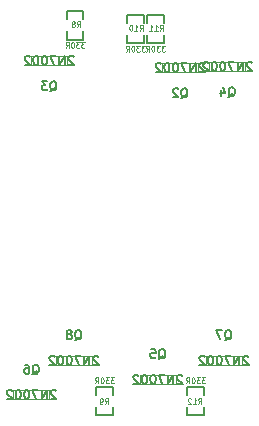
<source format=gbo>
%FSLAX46Y46*%
G04 Gerber Fmt 4.6, Leading zero omitted, Abs format (unit mm)*
G04 Created by KiCad (PCBNEW (2014-08-02 BZR 5044)-product) date 13.08.2014 17:47:44*
%MOMM*%
G01*
G04 APERTURE LIST*
%ADD10C,0.150000*%
%ADD11C,0.127000*%
%ADD12C,0.119380*%
%ADD13C,0.114300*%
%ADD14C,0.129540*%
G04 APERTURE END LIST*
D10*
D11*
X96082500Y-22784380D02*
X96082500Y-23490500D01*
X96082500Y-23490500D02*
X94685500Y-23490500D01*
X94685500Y-23490500D02*
X94685500Y-22784380D01*
X96082500Y-21077500D02*
X96082500Y-21783620D01*
X96082500Y-21077500D02*
X94685500Y-21077500D01*
X94685500Y-21077500D02*
X94685500Y-21783620D01*
X101182500Y-23084380D02*
X101182500Y-23790500D01*
X101182500Y-23790500D02*
X99785500Y-23790500D01*
X99785500Y-23790500D02*
X99785500Y-23084380D01*
X101182500Y-21377500D02*
X101182500Y-22083620D01*
X101182500Y-21377500D02*
X99785500Y-21377500D01*
X99785500Y-21377500D02*
X99785500Y-22083620D01*
X102882500Y-23084380D02*
X102882500Y-23790500D01*
X102882500Y-23790500D02*
X101485500Y-23790500D01*
X101485500Y-23790500D02*
X101485500Y-23084380D01*
X102882500Y-21377500D02*
X102882500Y-22083620D01*
X102882500Y-21377500D02*
X101485500Y-21377500D01*
X101485500Y-21377500D02*
X101485500Y-22083620D01*
D12*
X102760000Y-26265000D02*
X105808000Y-26265000D01*
X105808000Y-26265000D02*
X105808000Y-25503000D01*
X105808000Y-25503000D02*
X102760000Y-25503000D01*
X102760000Y-25503000D02*
X102760000Y-26265000D01*
X91660000Y-25665000D02*
X94708000Y-25665000D01*
X94708000Y-25665000D02*
X94708000Y-24903000D01*
X94708000Y-24903000D02*
X91660000Y-24903000D01*
X91660000Y-24903000D02*
X91660000Y-25665000D01*
D11*
X97185500Y-53583620D02*
X97185500Y-52877500D01*
X97185500Y-52877500D02*
X98582500Y-52877500D01*
X98582500Y-52877500D02*
X98582500Y-53583620D01*
X97185500Y-55290500D02*
X97185500Y-54584380D01*
X97185500Y-55290500D02*
X98582500Y-55290500D01*
X98582500Y-55290500D02*
X98582500Y-54584380D01*
X104885500Y-53583620D02*
X104885500Y-52877500D01*
X104885500Y-52877500D02*
X106282500Y-52877500D01*
X106282500Y-52877500D02*
X106282500Y-53583620D01*
X104885500Y-55290500D02*
X104885500Y-54584380D01*
X104885500Y-55290500D02*
X106282500Y-55290500D01*
X106282500Y-55290500D02*
X106282500Y-54584380D01*
D12*
X106760000Y-26165000D02*
X109808000Y-26165000D01*
X109808000Y-26165000D02*
X109808000Y-25403000D01*
X109808000Y-25403000D02*
X106760000Y-25403000D01*
X106760000Y-25403000D02*
X106760000Y-26165000D01*
X103908000Y-51903000D02*
X100860000Y-51903000D01*
X100860000Y-51903000D02*
X100860000Y-52665000D01*
X100860000Y-52665000D02*
X103908000Y-52665000D01*
X103908000Y-52665000D02*
X103908000Y-51903000D01*
X93208000Y-53203000D02*
X90160000Y-53203000D01*
X90160000Y-53203000D02*
X90160000Y-53965000D01*
X90160000Y-53965000D02*
X93208000Y-53965000D01*
X93208000Y-53965000D02*
X93208000Y-53203000D01*
X109508000Y-50303000D02*
X106460000Y-50303000D01*
X106460000Y-50303000D02*
X106460000Y-51065000D01*
X106460000Y-51065000D02*
X109508000Y-51065000D01*
X109508000Y-51065000D02*
X109508000Y-50303000D01*
X96808000Y-50303000D02*
X93760000Y-50303000D01*
X93760000Y-50303000D02*
X93760000Y-51065000D01*
X93760000Y-51065000D02*
X96808000Y-51065000D01*
X96808000Y-51065000D02*
X96808000Y-50303000D01*
D13*
X95523700Y-22446862D02*
X95676100Y-22208586D01*
X95784957Y-22446862D02*
X95784957Y-21946482D01*
X95610785Y-21946482D01*
X95567243Y-21970310D01*
X95545471Y-21994138D01*
X95523700Y-22041793D01*
X95523700Y-22113276D01*
X95545471Y-22160931D01*
X95567243Y-22184759D01*
X95610785Y-22208586D01*
X95784957Y-22208586D01*
X95262443Y-22160931D02*
X95305985Y-22137103D01*
X95327757Y-22113276D01*
X95349528Y-22065620D01*
X95349528Y-22041793D01*
X95327757Y-21994138D01*
X95305985Y-21970310D01*
X95262443Y-21946482D01*
X95175357Y-21946482D01*
X95131814Y-21970310D01*
X95110043Y-21994138D01*
X95088271Y-22041793D01*
X95088271Y-22065620D01*
X95110043Y-22113276D01*
X95131814Y-22137103D01*
X95175357Y-22160931D01*
X95262443Y-22160931D01*
X95305985Y-22184759D01*
X95327757Y-22208586D01*
X95349528Y-22256241D01*
X95349528Y-22351552D01*
X95327757Y-22399207D01*
X95305985Y-22423035D01*
X95262443Y-22446862D01*
X95175357Y-22446862D01*
X95131814Y-22423035D01*
X95110043Y-22399207D01*
X95088271Y-22351552D01*
X95088271Y-22256241D01*
X95110043Y-22208586D01*
X95131814Y-22184759D01*
X95175357Y-22160931D01*
X96200429Y-23705070D02*
X95917400Y-23705070D01*
X96069800Y-23898593D01*
X96004486Y-23898593D01*
X95960943Y-23922784D01*
X95939172Y-23946974D01*
X95917400Y-23995355D01*
X95917400Y-24116308D01*
X95939172Y-24164689D01*
X95960943Y-24188879D01*
X96004486Y-24213070D01*
X96135114Y-24213070D01*
X96178657Y-24188879D01*
X96200429Y-24164689D01*
X95765000Y-23705070D02*
X95481971Y-23705070D01*
X95634371Y-23898593D01*
X95569057Y-23898593D01*
X95525514Y-23922784D01*
X95503743Y-23946974D01*
X95481971Y-23995355D01*
X95481971Y-24116308D01*
X95503743Y-24164689D01*
X95525514Y-24188879D01*
X95569057Y-24213070D01*
X95699685Y-24213070D01*
X95743228Y-24188879D01*
X95765000Y-24164689D01*
X95198942Y-23705070D02*
X95155399Y-23705070D01*
X95111856Y-23729260D01*
X95090085Y-23753450D01*
X95068314Y-23801831D01*
X95046542Y-23898593D01*
X95046542Y-24019546D01*
X95068314Y-24116308D01*
X95090085Y-24164689D01*
X95111856Y-24188879D01*
X95155399Y-24213070D01*
X95198942Y-24213070D01*
X95242485Y-24188879D01*
X95264256Y-24164689D01*
X95286028Y-24116308D01*
X95307799Y-24019546D01*
X95307799Y-23898593D01*
X95286028Y-23801831D01*
X95264256Y-23753450D01*
X95242485Y-23729260D01*
X95198942Y-23705070D01*
X94589342Y-24213070D02*
X94741742Y-23971165D01*
X94850599Y-24213070D02*
X94850599Y-23705070D01*
X94676427Y-23705070D01*
X94632885Y-23729260D01*
X94611113Y-23753450D01*
X94589342Y-23801831D01*
X94589342Y-23874403D01*
X94611113Y-23922784D01*
X94632885Y-23946974D01*
X94676427Y-23971165D01*
X94850599Y-23971165D01*
X100841415Y-22746862D02*
X100993815Y-22508586D01*
X101102672Y-22746862D02*
X101102672Y-22246482D01*
X100928500Y-22246482D01*
X100884958Y-22270310D01*
X100863186Y-22294138D01*
X100841415Y-22341793D01*
X100841415Y-22413276D01*
X100863186Y-22460931D01*
X100884958Y-22484759D01*
X100928500Y-22508586D01*
X101102672Y-22508586D01*
X100405986Y-22746862D02*
X100667243Y-22746862D01*
X100536615Y-22746862D02*
X100536615Y-22246482D01*
X100580158Y-22317965D01*
X100623700Y-22365620D01*
X100667243Y-22389448D01*
X100122957Y-22246482D02*
X100079414Y-22246482D01*
X100035871Y-22270310D01*
X100014100Y-22294138D01*
X99992329Y-22341793D01*
X99970557Y-22437103D01*
X99970557Y-22556241D01*
X99992329Y-22651552D01*
X100014100Y-22699207D01*
X100035871Y-22723035D01*
X100079414Y-22746862D01*
X100122957Y-22746862D01*
X100166500Y-22723035D01*
X100188271Y-22699207D01*
X100210043Y-22651552D01*
X100231814Y-22556241D01*
X100231814Y-22437103D01*
X100210043Y-22341793D01*
X100188271Y-22294138D01*
X100166500Y-22270310D01*
X100122957Y-22246482D01*
X101300429Y-24005070D02*
X101017400Y-24005070D01*
X101169800Y-24198593D01*
X101104486Y-24198593D01*
X101060943Y-24222784D01*
X101039172Y-24246974D01*
X101017400Y-24295355D01*
X101017400Y-24416308D01*
X101039172Y-24464689D01*
X101060943Y-24488879D01*
X101104486Y-24513070D01*
X101235114Y-24513070D01*
X101278657Y-24488879D01*
X101300429Y-24464689D01*
X100865000Y-24005070D02*
X100581971Y-24005070D01*
X100734371Y-24198593D01*
X100669057Y-24198593D01*
X100625514Y-24222784D01*
X100603743Y-24246974D01*
X100581971Y-24295355D01*
X100581971Y-24416308D01*
X100603743Y-24464689D01*
X100625514Y-24488879D01*
X100669057Y-24513070D01*
X100799685Y-24513070D01*
X100843228Y-24488879D01*
X100865000Y-24464689D01*
X100298942Y-24005070D02*
X100255399Y-24005070D01*
X100211856Y-24029260D01*
X100190085Y-24053450D01*
X100168314Y-24101831D01*
X100146542Y-24198593D01*
X100146542Y-24319546D01*
X100168314Y-24416308D01*
X100190085Y-24464689D01*
X100211856Y-24488879D01*
X100255399Y-24513070D01*
X100298942Y-24513070D01*
X100342485Y-24488879D01*
X100364256Y-24464689D01*
X100386028Y-24416308D01*
X100407799Y-24319546D01*
X100407799Y-24198593D01*
X100386028Y-24101831D01*
X100364256Y-24053450D01*
X100342485Y-24029260D01*
X100298942Y-24005070D01*
X99689342Y-24513070D02*
X99841742Y-24271165D01*
X99950599Y-24513070D02*
X99950599Y-24005070D01*
X99776427Y-24005070D01*
X99732885Y-24029260D01*
X99711113Y-24053450D01*
X99689342Y-24101831D01*
X99689342Y-24174403D01*
X99711113Y-24222784D01*
X99732885Y-24246974D01*
X99776427Y-24271165D01*
X99950599Y-24271165D01*
X102541415Y-22746862D02*
X102693815Y-22508586D01*
X102802672Y-22746862D02*
X102802672Y-22246482D01*
X102628500Y-22246482D01*
X102584958Y-22270310D01*
X102563186Y-22294138D01*
X102541415Y-22341793D01*
X102541415Y-22413276D01*
X102563186Y-22460931D01*
X102584958Y-22484759D01*
X102628500Y-22508586D01*
X102802672Y-22508586D01*
X102105986Y-22746862D02*
X102367243Y-22746862D01*
X102236615Y-22746862D02*
X102236615Y-22246482D01*
X102280158Y-22317965D01*
X102323700Y-22365620D01*
X102367243Y-22389448D01*
X101670557Y-22746862D02*
X101931814Y-22746862D01*
X101801186Y-22746862D02*
X101801186Y-22246482D01*
X101844729Y-22317965D01*
X101888271Y-22365620D01*
X101931814Y-22389448D01*
X103000429Y-24005070D02*
X102717400Y-24005070D01*
X102869800Y-24198593D01*
X102804486Y-24198593D01*
X102760943Y-24222784D01*
X102739172Y-24246974D01*
X102717400Y-24295355D01*
X102717400Y-24416308D01*
X102739172Y-24464689D01*
X102760943Y-24488879D01*
X102804486Y-24513070D01*
X102935114Y-24513070D01*
X102978657Y-24488879D01*
X103000429Y-24464689D01*
X102565000Y-24005070D02*
X102281971Y-24005070D01*
X102434371Y-24198593D01*
X102369057Y-24198593D01*
X102325514Y-24222784D01*
X102303743Y-24246974D01*
X102281971Y-24295355D01*
X102281971Y-24416308D01*
X102303743Y-24464689D01*
X102325514Y-24488879D01*
X102369057Y-24513070D01*
X102499685Y-24513070D01*
X102543228Y-24488879D01*
X102565000Y-24464689D01*
X101998942Y-24005070D02*
X101955399Y-24005070D01*
X101911856Y-24029260D01*
X101890085Y-24053450D01*
X101868314Y-24101831D01*
X101846542Y-24198593D01*
X101846542Y-24319546D01*
X101868314Y-24416308D01*
X101890085Y-24464689D01*
X101911856Y-24488879D01*
X101955399Y-24513070D01*
X101998942Y-24513070D01*
X102042485Y-24488879D01*
X102064256Y-24464689D01*
X102086028Y-24416308D01*
X102107799Y-24319546D01*
X102107799Y-24198593D01*
X102086028Y-24101831D01*
X102064256Y-24053450D01*
X102042485Y-24029260D01*
X101998942Y-24005070D01*
X101389342Y-24513070D02*
X101541742Y-24271165D01*
X101650599Y-24513070D02*
X101650599Y-24005070D01*
X101476427Y-24005070D01*
X101432885Y-24029260D01*
X101411113Y-24053450D01*
X101389342Y-24101831D01*
X101389342Y-24174403D01*
X101411113Y-24222784D01*
X101432885Y-24246974D01*
X101476427Y-24271165D01*
X101650599Y-24271165D01*
D14*
X104356571Y-28460286D02*
X104429143Y-28424000D01*
X104501714Y-28351429D01*
X104610571Y-28242571D01*
X104683143Y-28206286D01*
X104755714Y-28206286D01*
X104719429Y-28387714D02*
X104792000Y-28351429D01*
X104864571Y-28278857D01*
X104900857Y-28133714D01*
X104900857Y-27879714D01*
X104864571Y-27734571D01*
X104792000Y-27662000D01*
X104719429Y-27625714D01*
X104574286Y-27625714D01*
X104501714Y-27662000D01*
X104429143Y-27734571D01*
X104392857Y-27879714D01*
X104392857Y-28133714D01*
X104429143Y-28278857D01*
X104501714Y-28351429D01*
X104574286Y-28387714D01*
X104719429Y-28387714D01*
X104102571Y-27698286D02*
X104066285Y-27662000D01*
X103993714Y-27625714D01*
X103812285Y-27625714D01*
X103739714Y-27662000D01*
X103703428Y-27698286D01*
X103667143Y-27770857D01*
X103667143Y-27843429D01*
X103703428Y-27952286D01*
X104138857Y-28387714D01*
X103667143Y-28387714D01*
X106352285Y-25539286D02*
X106315999Y-25503000D01*
X106243428Y-25466714D01*
X106061999Y-25466714D01*
X105989428Y-25503000D01*
X105953142Y-25539286D01*
X105916857Y-25611857D01*
X105916857Y-25684429D01*
X105953142Y-25793286D01*
X106388571Y-26228714D01*
X105916857Y-26228714D01*
X105590285Y-26228714D02*
X105590285Y-25466714D01*
X105154857Y-26228714D01*
X105154857Y-25466714D01*
X104864571Y-25466714D02*
X104356571Y-25466714D01*
X104683142Y-26228714D01*
X103921143Y-25466714D02*
X103848571Y-25466714D01*
X103776000Y-25503000D01*
X103739714Y-25539286D01*
X103703428Y-25611857D01*
X103667143Y-25757000D01*
X103667143Y-25938429D01*
X103703428Y-26083571D01*
X103739714Y-26156143D01*
X103776000Y-26192429D01*
X103848571Y-26228714D01*
X103921143Y-26228714D01*
X103993714Y-26192429D01*
X104030000Y-26156143D01*
X104066285Y-26083571D01*
X104102571Y-25938429D01*
X104102571Y-25757000D01*
X104066285Y-25611857D01*
X104030000Y-25539286D01*
X103993714Y-25503000D01*
X103921143Y-25466714D01*
X103195429Y-25466714D02*
X103122857Y-25466714D01*
X103050286Y-25503000D01*
X103014000Y-25539286D01*
X102977714Y-25611857D01*
X102941429Y-25757000D01*
X102941429Y-25938429D01*
X102977714Y-26083571D01*
X103014000Y-26156143D01*
X103050286Y-26192429D01*
X103122857Y-26228714D01*
X103195429Y-26228714D01*
X103268000Y-26192429D01*
X103304286Y-26156143D01*
X103340571Y-26083571D01*
X103376857Y-25938429D01*
X103376857Y-25757000D01*
X103340571Y-25611857D01*
X103304286Y-25539286D01*
X103268000Y-25503000D01*
X103195429Y-25466714D01*
X102651143Y-25539286D02*
X102614857Y-25503000D01*
X102542286Y-25466714D01*
X102360857Y-25466714D01*
X102288286Y-25503000D01*
X102252000Y-25539286D01*
X102215715Y-25611857D01*
X102215715Y-25684429D01*
X102252000Y-25793286D01*
X102687429Y-26228714D01*
X102215715Y-26228714D01*
X93256571Y-27860286D02*
X93329143Y-27824000D01*
X93401714Y-27751429D01*
X93510571Y-27642571D01*
X93583143Y-27606286D01*
X93655714Y-27606286D01*
X93619429Y-27787714D02*
X93692000Y-27751429D01*
X93764571Y-27678857D01*
X93800857Y-27533714D01*
X93800857Y-27279714D01*
X93764571Y-27134571D01*
X93692000Y-27062000D01*
X93619429Y-27025714D01*
X93474286Y-27025714D01*
X93401714Y-27062000D01*
X93329143Y-27134571D01*
X93292857Y-27279714D01*
X93292857Y-27533714D01*
X93329143Y-27678857D01*
X93401714Y-27751429D01*
X93474286Y-27787714D01*
X93619429Y-27787714D01*
X93038857Y-27025714D02*
X92567143Y-27025714D01*
X92821143Y-27316000D01*
X92712285Y-27316000D01*
X92639714Y-27352286D01*
X92603428Y-27388571D01*
X92567143Y-27461143D01*
X92567143Y-27642571D01*
X92603428Y-27715143D01*
X92639714Y-27751429D01*
X92712285Y-27787714D01*
X92930000Y-27787714D01*
X93002571Y-27751429D01*
X93038857Y-27715143D01*
X95252285Y-24939286D02*
X95215999Y-24903000D01*
X95143428Y-24866714D01*
X94961999Y-24866714D01*
X94889428Y-24903000D01*
X94853142Y-24939286D01*
X94816857Y-25011857D01*
X94816857Y-25084429D01*
X94853142Y-25193286D01*
X95288571Y-25628714D01*
X94816857Y-25628714D01*
X94490285Y-25628714D02*
X94490285Y-24866714D01*
X94054857Y-25628714D01*
X94054857Y-24866714D01*
X93764571Y-24866714D02*
X93256571Y-24866714D01*
X93583142Y-25628714D01*
X92821143Y-24866714D02*
X92748571Y-24866714D01*
X92676000Y-24903000D01*
X92639714Y-24939286D01*
X92603428Y-25011857D01*
X92567143Y-25157000D01*
X92567143Y-25338429D01*
X92603428Y-25483571D01*
X92639714Y-25556143D01*
X92676000Y-25592429D01*
X92748571Y-25628714D01*
X92821143Y-25628714D01*
X92893714Y-25592429D01*
X92930000Y-25556143D01*
X92966285Y-25483571D01*
X93002571Y-25338429D01*
X93002571Y-25157000D01*
X92966285Y-25011857D01*
X92930000Y-24939286D01*
X92893714Y-24903000D01*
X92821143Y-24866714D01*
X92095429Y-24866714D02*
X92022857Y-24866714D01*
X91950286Y-24903000D01*
X91914000Y-24939286D01*
X91877714Y-25011857D01*
X91841429Y-25157000D01*
X91841429Y-25338429D01*
X91877714Y-25483571D01*
X91914000Y-25556143D01*
X91950286Y-25592429D01*
X92022857Y-25628714D01*
X92095429Y-25628714D01*
X92168000Y-25592429D01*
X92204286Y-25556143D01*
X92240571Y-25483571D01*
X92276857Y-25338429D01*
X92276857Y-25157000D01*
X92240571Y-25011857D01*
X92204286Y-24939286D01*
X92168000Y-24903000D01*
X92095429Y-24866714D01*
X91551143Y-24939286D02*
X91514857Y-24903000D01*
X91442286Y-24866714D01*
X91260857Y-24866714D01*
X91188286Y-24903000D01*
X91152000Y-24939286D01*
X91115715Y-25011857D01*
X91115715Y-25084429D01*
X91152000Y-25193286D01*
X91587429Y-25628714D01*
X91115715Y-25628714D01*
D13*
X97896700Y-54373862D02*
X98049100Y-54135586D01*
X98157957Y-54373862D02*
X98157957Y-53873482D01*
X97983785Y-53873482D01*
X97940243Y-53897310D01*
X97918471Y-53921138D01*
X97896700Y-53968793D01*
X97896700Y-54040276D01*
X97918471Y-54087931D01*
X97940243Y-54111759D01*
X97983785Y-54135586D01*
X98157957Y-54135586D01*
X97678985Y-54373862D02*
X97591900Y-54373862D01*
X97548357Y-54350035D01*
X97526585Y-54326207D01*
X97483043Y-54254724D01*
X97461271Y-54159414D01*
X97461271Y-53968793D01*
X97483043Y-53921138D01*
X97504814Y-53897310D01*
X97548357Y-53873482D01*
X97635443Y-53873482D01*
X97678985Y-53897310D01*
X97700757Y-53921138D01*
X97722528Y-53968793D01*
X97722528Y-54087931D01*
X97700757Y-54135586D01*
X97678985Y-54159414D01*
X97635443Y-54183241D01*
X97548357Y-54183241D01*
X97504814Y-54159414D01*
X97483043Y-54135586D01*
X97461271Y-54087931D01*
X98700429Y-52106550D02*
X98417400Y-52106550D01*
X98569800Y-52300073D01*
X98504486Y-52300073D01*
X98460943Y-52324264D01*
X98439172Y-52348454D01*
X98417400Y-52396835D01*
X98417400Y-52517788D01*
X98439172Y-52566169D01*
X98460943Y-52590359D01*
X98504486Y-52614550D01*
X98635114Y-52614550D01*
X98678657Y-52590359D01*
X98700429Y-52566169D01*
X98265000Y-52106550D02*
X97981971Y-52106550D01*
X98134371Y-52300073D01*
X98069057Y-52300073D01*
X98025514Y-52324264D01*
X98003743Y-52348454D01*
X97981971Y-52396835D01*
X97981971Y-52517788D01*
X98003743Y-52566169D01*
X98025514Y-52590359D01*
X98069057Y-52614550D01*
X98199685Y-52614550D01*
X98243228Y-52590359D01*
X98265000Y-52566169D01*
X97698942Y-52106550D02*
X97655399Y-52106550D01*
X97611856Y-52130740D01*
X97590085Y-52154930D01*
X97568314Y-52203311D01*
X97546542Y-52300073D01*
X97546542Y-52421026D01*
X97568314Y-52517788D01*
X97590085Y-52566169D01*
X97611856Y-52590359D01*
X97655399Y-52614550D01*
X97698942Y-52614550D01*
X97742485Y-52590359D01*
X97764256Y-52566169D01*
X97786028Y-52517788D01*
X97807799Y-52421026D01*
X97807799Y-52300073D01*
X97786028Y-52203311D01*
X97764256Y-52154930D01*
X97742485Y-52130740D01*
X97698942Y-52106550D01*
X97089342Y-52614550D02*
X97241742Y-52372645D01*
X97350599Y-52614550D02*
X97350599Y-52106550D01*
X97176427Y-52106550D01*
X97132885Y-52130740D01*
X97111113Y-52154930D01*
X97089342Y-52203311D01*
X97089342Y-52275883D01*
X97111113Y-52324264D01*
X97132885Y-52348454D01*
X97176427Y-52372645D01*
X97350599Y-52372645D01*
X105814415Y-54373862D02*
X105966815Y-54135586D01*
X106075672Y-54373862D02*
X106075672Y-53873482D01*
X105901500Y-53873482D01*
X105857958Y-53897310D01*
X105836186Y-53921138D01*
X105814415Y-53968793D01*
X105814415Y-54040276D01*
X105836186Y-54087931D01*
X105857958Y-54111759D01*
X105901500Y-54135586D01*
X106075672Y-54135586D01*
X105378986Y-54373862D02*
X105640243Y-54373862D01*
X105509615Y-54373862D02*
X105509615Y-53873482D01*
X105553158Y-53944965D01*
X105596700Y-53992620D01*
X105640243Y-54016448D01*
X105204814Y-53921138D02*
X105183043Y-53897310D01*
X105139500Y-53873482D01*
X105030643Y-53873482D01*
X104987100Y-53897310D01*
X104965329Y-53921138D01*
X104943557Y-53968793D01*
X104943557Y-54016448D01*
X104965329Y-54087931D01*
X105226586Y-54373862D01*
X104943557Y-54373862D01*
X106400429Y-52106550D02*
X106117400Y-52106550D01*
X106269800Y-52300073D01*
X106204486Y-52300073D01*
X106160943Y-52324264D01*
X106139172Y-52348454D01*
X106117400Y-52396835D01*
X106117400Y-52517788D01*
X106139172Y-52566169D01*
X106160943Y-52590359D01*
X106204486Y-52614550D01*
X106335114Y-52614550D01*
X106378657Y-52590359D01*
X106400429Y-52566169D01*
X105965000Y-52106550D02*
X105681971Y-52106550D01*
X105834371Y-52300073D01*
X105769057Y-52300073D01*
X105725514Y-52324264D01*
X105703743Y-52348454D01*
X105681971Y-52396835D01*
X105681971Y-52517788D01*
X105703743Y-52566169D01*
X105725514Y-52590359D01*
X105769057Y-52614550D01*
X105899685Y-52614550D01*
X105943228Y-52590359D01*
X105965000Y-52566169D01*
X105398942Y-52106550D02*
X105355399Y-52106550D01*
X105311856Y-52130740D01*
X105290085Y-52154930D01*
X105268314Y-52203311D01*
X105246542Y-52300073D01*
X105246542Y-52421026D01*
X105268314Y-52517788D01*
X105290085Y-52566169D01*
X105311856Y-52590359D01*
X105355399Y-52614550D01*
X105398942Y-52614550D01*
X105442485Y-52590359D01*
X105464256Y-52566169D01*
X105486028Y-52517788D01*
X105507799Y-52421026D01*
X105507799Y-52300073D01*
X105486028Y-52203311D01*
X105464256Y-52154930D01*
X105442485Y-52130740D01*
X105398942Y-52106550D01*
X104789342Y-52614550D02*
X104941742Y-52372645D01*
X105050599Y-52614550D02*
X105050599Y-52106550D01*
X104876427Y-52106550D01*
X104832885Y-52130740D01*
X104811113Y-52154930D01*
X104789342Y-52203311D01*
X104789342Y-52275883D01*
X104811113Y-52324264D01*
X104832885Y-52348454D01*
X104876427Y-52372645D01*
X105050599Y-52372645D01*
D14*
X108356571Y-28360286D02*
X108429143Y-28324000D01*
X108501714Y-28251429D01*
X108610571Y-28142571D01*
X108683143Y-28106286D01*
X108755714Y-28106286D01*
X108719429Y-28287714D02*
X108792000Y-28251429D01*
X108864571Y-28178857D01*
X108900857Y-28033714D01*
X108900857Y-27779714D01*
X108864571Y-27634571D01*
X108792000Y-27562000D01*
X108719429Y-27525714D01*
X108574286Y-27525714D01*
X108501714Y-27562000D01*
X108429143Y-27634571D01*
X108392857Y-27779714D01*
X108392857Y-28033714D01*
X108429143Y-28178857D01*
X108501714Y-28251429D01*
X108574286Y-28287714D01*
X108719429Y-28287714D01*
X107739714Y-27779714D02*
X107739714Y-28287714D01*
X107921143Y-27489429D02*
X108102571Y-28033714D01*
X107630857Y-28033714D01*
X110352285Y-25439286D02*
X110315999Y-25403000D01*
X110243428Y-25366714D01*
X110061999Y-25366714D01*
X109989428Y-25403000D01*
X109953142Y-25439286D01*
X109916857Y-25511857D01*
X109916857Y-25584429D01*
X109953142Y-25693286D01*
X110388571Y-26128714D01*
X109916857Y-26128714D01*
X109590285Y-26128714D02*
X109590285Y-25366714D01*
X109154857Y-26128714D01*
X109154857Y-25366714D01*
X108864571Y-25366714D02*
X108356571Y-25366714D01*
X108683142Y-26128714D01*
X107921143Y-25366714D02*
X107848571Y-25366714D01*
X107776000Y-25403000D01*
X107739714Y-25439286D01*
X107703428Y-25511857D01*
X107667143Y-25657000D01*
X107667143Y-25838429D01*
X107703428Y-25983571D01*
X107739714Y-26056143D01*
X107776000Y-26092429D01*
X107848571Y-26128714D01*
X107921143Y-26128714D01*
X107993714Y-26092429D01*
X108030000Y-26056143D01*
X108066285Y-25983571D01*
X108102571Y-25838429D01*
X108102571Y-25657000D01*
X108066285Y-25511857D01*
X108030000Y-25439286D01*
X107993714Y-25403000D01*
X107921143Y-25366714D01*
X107195429Y-25366714D02*
X107122857Y-25366714D01*
X107050286Y-25403000D01*
X107014000Y-25439286D01*
X106977714Y-25511857D01*
X106941429Y-25657000D01*
X106941429Y-25838429D01*
X106977714Y-25983571D01*
X107014000Y-26056143D01*
X107050286Y-26092429D01*
X107122857Y-26128714D01*
X107195429Y-26128714D01*
X107268000Y-26092429D01*
X107304286Y-26056143D01*
X107340571Y-25983571D01*
X107376857Y-25838429D01*
X107376857Y-25657000D01*
X107340571Y-25511857D01*
X107304286Y-25439286D01*
X107268000Y-25403000D01*
X107195429Y-25366714D01*
X106651143Y-25439286D02*
X106614857Y-25403000D01*
X106542286Y-25366714D01*
X106360857Y-25366714D01*
X106288286Y-25403000D01*
X106252000Y-25439286D01*
X106215715Y-25511857D01*
X106215715Y-25584429D01*
X106252000Y-25693286D01*
X106687429Y-26128714D01*
X106215715Y-26128714D01*
X102456571Y-50542286D02*
X102529143Y-50506000D01*
X102601714Y-50433429D01*
X102710571Y-50324571D01*
X102783143Y-50288286D01*
X102855714Y-50288286D01*
X102819429Y-50469714D02*
X102892000Y-50433429D01*
X102964571Y-50360857D01*
X103000857Y-50215714D01*
X103000857Y-49961714D01*
X102964571Y-49816571D01*
X102892000Y-49744000D01*
X102819429Y-49707714D01*
X102674286Y-49707714D01*
X102601714Y-49744000D01*
X102529143Y-49816571D01*
X102492857Y-49961714D01*
X102492857Y-50215714D01*
X102529143Y-50360857D01*
X102601714Y-50433429D01*
X102674286Y-50469714D01*
X102819429Y-50469714D01*
X101803428Y-49707714D02*
X102166285Y-49707714D01*
X102202571Y-50070571D01*
X102166285Y-50034286D01*
X102093714Y-49998000D01*
X101912285Y-49998000D01*
X101839714Y-50034286D01*
X101803428Y-50070571D01*
X101767143Y-50143143D01*
X101767143Y-50324571D01*
X101803428Y-50397143D01*
X101839714Y-50433429D01*
X101912285Y-50469714D01*
X102093714Y-50469714D01*
X102166285Y-50433429D01*
X102202571Y-50397143D01*
X104452285Y-51939286D02*
X104415999Y-51903000D01*
X104343428Y-51866714D01*
X104161999Y-51866714D01*
X104089428Y-51903000D01*
X104053142Y-51939286D01*
X104016857Y-52011857D01*
X104016857Y-52084429D01*
X104053142Y-52193286D01*
X104488571Y-52628714D01*
X104016857Y-52628714D01*
X103690285Y-52628714D02*
X103690285Y-51866714D01*
X103254857Y-52628714D01*
X103254857Y-51866714D01*
X102964571Y-51866714D02*
X102456571Y-51866714D01*
X102783142Y-52628714D01*
X102021143Y-51866714D02*
X101948571Y-51866714D01*
X101876000Y-51903000D01*
X101839714Y-51939286D01*
X101803428Y-52011857D01*
X101767143Y-52157000D01*
X101767143Y-52338429D01*
X101803428Y-52483571D01*
X101839714Y-52556143D01*
X101876000Y-52592429D01*
X101948571Y-52628714D01*
X102021143Y-52628714D01*
X102093714Y-52592429D01*
X102130000Y-52556143D01*
X102166285Y-52483571D01*
X102202571Y-52338429D01*
X102202571Y-52157000D01*
X102166285Y-52011857D01*
X102130000Y-51939286D01*
X102093714Y-51903000D01*
X102021143Y-51866714D01*
X101295429Y-51866714D02*
X101222857Y-51866714D01*
X101150286Y-51903000D01*
X101114000Y-51939286D01*
X101077714Y-52011857D01*
X101041429Y-52157000D01*
X101041429Y-52338429D01*
X101077714Y-52483571D01*
X101114000Y-52556143D01*
X101150286Y-52592429D01*
X101222857Y-52628714D01*
X101295429Y-52628714D01*
X101368000Y-52592429D01*
X101404286Y-52556143D01*
X101440571Y-52483571D01*
X101476857Y-52338429D01*
X101476857Y-52157000D01*
X101440571Y-52011857D01*
X101404286Y-51939286D01*
X101368000Y-51903000D01*
X101295429Y-51866714D01*
X100751143Y-51939286D02*
X100714857Y-51903000D01*
X100642286Y-51866714D01*
X100460857Y-51866714D01*
X100388286Y-51903000D01*
X100352000Y-51939286D01*
X100315715Y-52011857D01*
X100315715Y-52084429D01*
X100352000Y-52193286D01*
X100787429Y-52628714D01*
X100315715Y-52628714D01*
X91756571Y-51842286D02*
X91829143Y-51806000D01*
X91901714Y-51733429D01*
X92010571Y-51624571D01*
X92083143Y-51588286D01*
X92155714Y-51588286D01*
X92119429Y-51769714D02*
X92192000Y-51733429D01*
X92264571Y-51660857D01*
X92300857Y-51515714D01*
X92300857Y-51261714D01*
X92264571Y-51116571D01*
X92192000Y-51044000D01*
X92119429Y-51007714D01*
X91974286Y-51007714D01*
X91901714Y-51044000D01*
X91829143Y-51116571D01*
X91792857Y-51261714D01*
X91792857Y-51515714D01*
X91829143Y-51660857D01*
X91901714Y-51733429D01*
X91974286Y-51769714D01*
X92119429Y-51769714D01*
X91139714Y-51007714D02*
X91284857Y-51007714D01*
X91357428Y-51044000D01*
X91393714Y-51080286D01*
X91466285Y-51189143D01*
X91502571Y-51334286D01*
X91502571Y-51624571D01*
X91466285Y-51697143D01*
X91430000Y-51733429D01*
X91357428Y-51769714D01*
X91212285Y-51769714D01*
X91139714Y-51733429D01*
X91103428Y-51697143D01*
X91067143Y-51624571D01*
X91067143Y-51443143D01*
X91103428Y-51370571D01*
X91139714Y-51334286D01*
X91212285Y-51298000D01*
X91357428Y-51298000D01*
X91430000Y-51334286D01*
X91466285Y-51370571D01*
X91502571Y-51443143D01*
X93752285Y-53239286D02*
X93715999Y-53203000D01*
X93643428Y-53166714D01*
X93461999Y-53166714D01*
X93389428Y-53203000D01*
X93353142Y-53239286D01*
X93316857Y-53311857D01*
X93316857Y-53384429D01*
X93353142Y-53493286D01*
X93788571Y-53928714D01*
X93316857Y-53928714D01*
X92990285Y-53928714D02*
X92990285Y-53166714D01*
X92554857Y-53928714D01*
X92554857Y-53166714D01*
X92264571Y-53166714D02*
X91756571Y-53166714D01*
X92083142Y-53928714D01*
X91321143Y-53166714D02*
X91248571Y-53166714D01*
X91176000Y-53203000D01*
X91139714Y-53239286D01*
X91103428Y-53311857D01*
X91067143Y-53457000D01*
X91067143Y-53638429D01*
X91103428Y-53783571D01*
X91139714Y-53856143D01*
X91176000Y-53892429D01*
X91248571Y-53928714D01*
X91321143Y-53928714D01*
X91393714Y-53892429D01*
X91430000Y-53856143D01*
X91466285Y-53783571D01*
X91502571Y-53638429D01*
X91502571Y-53457000D01*
X91466285Y-53311857D01*
X91430000Y-53239286D01*
X91393714Y-53203000D01*
X91321143Y-53166714D01*
X90595429Y-53166714D02*
X90522857Y-53166714D01*
X90450286Y-53203000D01*
X90414000Y-53239286D01*
X90377714Y-53311857D01*
X90341429Y-53457000D01*
X90341429Y-53638429D01*
X90377714Y-53783571D01*
X90414000Y-53856143D01*
X90450286Y-53892429D01*
X90522857Y-53928714D01*
X90595429Y-53928714D01*
X90668000Y-53892429D01*
X90704286Y-53856143D01*
X90740571Y-53783571D01*
X90776857Y-53638429D01*
X90776857Y-53457000D01*
X90740571Y-53311857D01*
X90704286Y-53239286D01*
X90668000Y-53203000D01*
X90595429Y-53166714D01*
X90051143Y-53239286D02*
X90014857Y-53203000D01*
X89942286Y-53166714D01*
X89760857Y-53166714D01*
X89688286Y-53203000D01*
X89652000Y-53239286D01*
X89615715Y-53311857D01*
X89615715Y-53384429D01*
X89652000Y-53493286D01*
X90087429Y-53928714D01*
X89615715Y-53928714D01*
X108056571Y-48942286D02*
X108129143Y-48906000D01*
X108201714Y-48833429D01*
X108310571Y-48724571D01*
X108383143Y-48688286D01*
X108455714Y-48688286D01*
X108419429Y-48869714D02*
X108492000Y-48833429D01*
X108564571Y-48760857D01*
X108600857Y-48615714D01*
X108600857Y-48361714D01*
X108564571Y-48216571D01*
X108492000Y-48144000D01*
X108419429Y-48107714D01*
X108274286Y-48107714D01*
X108201714Y-48144000D01*
X108129143Y-48216571D01*
X108092857Y-48361714D01*
X108092857Y-48615714D01*
X108129143Y-48760857D01*
X108201714Y-48833429D01*
X108274286Y-48869714D01*
X108419429Y-48869714D01*
X107838857Y-48107714D02*
X107330857Y-48107714D01*
X107657428Y-48869714D01*
X110052285Y-50339286D02*
X110015999Y-50303000D01*
X109943428Y-50266714D01*
X109761999Y-50266714D01*
X109689428Y-50303000D01*
X109653142Y-50339286D01*
X109616857Y-50411857D01*
X109616857Y-50484429D01*
X109653142Y-50593286D01*
X110088571Y-51028714D01*
X109616857Y-51028714D01*
X109290285Y-51028714D02*
X109290285Y-50266714D01*
X108854857Y-51028714D01*
X108854857Y-50266714D01*
X108564571Y-50266714D02*
X108056571Y-50266714D01*
X108383142Y-51028714D01*
X107621143Y-50266714D02*
X107548571Y-50266714D01*
X107476000Y-50303000D01*
X107439714Y-50339286D01*
X107403428Y-50411857D01*
X107367143Y-50557000D01*
X107367143Y-50738429D01*
X107403428Y-50883571D01*
X107439714Y-50956143D01*
X107476000Y-50992429D01*
X107548571Y-51028714D01*
X107621143Y-51028714D01*
X107693714Y-50992429D01*
X107730000Y-50956143D01*
X107766285Y-50883571D01*
X107802571Y-50738429D01*
X107802571Y-50557000D01*
X107766285Y-50411857D01*
X107730000Y-50339286D01*
X107693714Y-50303000D01*
X107621143Y-50266714D01*
X106895429Y-50266714D02*
X106822857Y-50266714D01*
X106750286Y-50303000D01*
X106714000Y-50339286D01*
X106677714Y-50411857D01*
X106641429Y-50557000D01*
X106641429Y-50738429D01*
X106677714Y-50883571D01*
X106714000Y-50956143D01*
X106750286Y-50992429D01*
X106822857Y-51028714D01*
X106895429Y-51028714D01*
X106968000Y-50992429D01*
X107004286Y-50956143D01*
X107040571Y-50883571D01*
X107076857Y-50738429D01*
X107076857Y-50557000D01*
X107040571Y-50411857D01*
X107004286Y-50339286D01*
X106968000Y-50303000D01*
X106895429Y-50266714D01*
X106351143Y-50339286D02*
X106314857Y-50303000D01*
X106242286Y-50266714D01*
X106060857Y-50266714D01*
X105988286Y-50303000D01*
X105952000Y-50339286D01*
X105915715Y-50411857D01*
X105915715Y-50484429D01*
X105952000Y-50593286D01*
X106387429Y-51028714D01*
X105915715Y-51028714D01*
X95356571Y-48942286D02*
X95429143Y-48906000D01*
X95501714Y-48833429D01*
X95610571Y-48724571D01*
X95683143Y-48688286D01*
X95755714Y-48688286D01*
X95719429Y-48869714D02*
X95792000Y-48833429D01*
X95864571Y-48760857D01*
X95900857Y-48615714D01*
X95900857Y-48361714D01*
X95864571Y-48216571D01*
X95792000Y-48144000D01*
X95719429Y-48107714D01*
X95574286Y-48107714D01*
X95501714Y-48144000D01*
X95429143Y-48216571D01*
X95392857Y-48361714D01*
X95392857Y-48615714D01*
X95429143Y-48760857D01*
X95501714Y-48833429D01*
X95574286Y-48869714D01*
X95719429Y-48869714D01*
X94957428Y-48434286D02*
X95030000Y-48398000D01*
X95066285Y-48361714D01*
X95102571Y-48289143D01*
X95102571Y-48252857D01*
X95066285Y-48180286D01*
X95030000Y-48144000D01*
X94957428Y-48107714D01*
X94812285Y-48107714D01*
X94739714Y-48144000D01*
X94703428Y-48180286D01*
X94667143Y-48252857D01*
X94667143Y-48289143D01*
X94703428Y-48361714D01*
X94739714Y-48398000D01*
X94812285Y-48434286D01*
X94957428Y-48434286D01*
X95030000Y-48470571D01*
X95066285Y-48506857D01*
X95102571Y-48579429D01*
X95102571Y-48724571D01*
X95066285Y-48797143D01*
X95030000Y-48833429D01*
X94957428Y-48869714D01*
X94812285Y-48869714D01*
X94739714Y-48833429D01*
X94703428Y-48797143D01*
X94667143Y-48724571D01*
X94667143Y-48579429D01*
X94703428Y-48506857D01*
X94739714Y-48470571D01*
X94812285Y-48434286D01*
X97352285Y-50339286D02*
X97315999Y-50303000D01*
X97243428Y-50266714D01*
X97061999Y-50266714D01*
X96989428Y-50303000D01*
X96953142Y-50339286D01*
X96916857Y-50411857D01*
X96916857Y-50484429D01*
X96953142Y-50593286D01*
X97388571Y-51028714D01*
X96916857Y-51028714D01*
X96590285Y-51028714D02*
X96590285Y-50266714D01*
X96154857Y-51028714D01*
X96154857Y-50266714D01*
X95864571Y-50266714D02*
X95356571Y-50266714D01*
X95683142Y-51028714D01*
X94921143Y-50266714D02*
X94848571Y-50266714D01*
X94776000Y-50303000D01*
X94739714Y-50339286D01*
X94703428Y-50411857D01*
X94667143Y-50557000D01*
X94667143Y-50738429D01*
X94703428Y-50883571D01*
X94739714Y-50956143D01*
X94776000Y-50992429D01*
X94848571Y-51028714D01*
X94921143Y-51028714D01*
X94993714Y-50992429D01*
X95030000Y-50956143D01*
X95066285Y-50883571D01*
X95102571Y-50738429D01*
X95102571Y-50557000D01*
X95066285Y-50411857D01*
X95030000Y-50339286D01*
X94993714Y-50303000D01*
X94921143Y-50266714D01*
X94195429Y-50266714D02*
X94122857Y-50266714D01*
X94050286Y-50303000D01*
X94014000Y-50339286D01*
X93977714Y-50411857D01*
X93941429Y-50557000D01*
X93941429Y-50738429D01*
X93977714Y-50883571D01*
X94014000Y-50956143D01*
X94050286Y-50992429D01*
X94122857Y-51028714D01*
X94195429Y-51028714D01*
X94268000Y-50992429D01*
X94304286Y-50956143D01*
X94340571Y-50883571D01*
X94376857Y-50738429D01*
X94376857Y-50557000D01*
X94340571Y-50411857D01*
X94304286Y-50339286D01*
X94268000Y-50303000D01*
X94195429Y-50266714D01*
X93651143Y-50339286D02*
X93614857Y-50303000D01*
X93542286Y-50266714D01*
X93360857Y-50266714D01*
X93288286Y-50303000D01*
X93252000Y-50339286D01*
X93215715Y-50411857D01*
X93215715Y-50484429D01*
X93252000Y-50593286D01*
X93687429Y-51028714D01*
X93215715Y-51028714D01*
M02*

</source>
